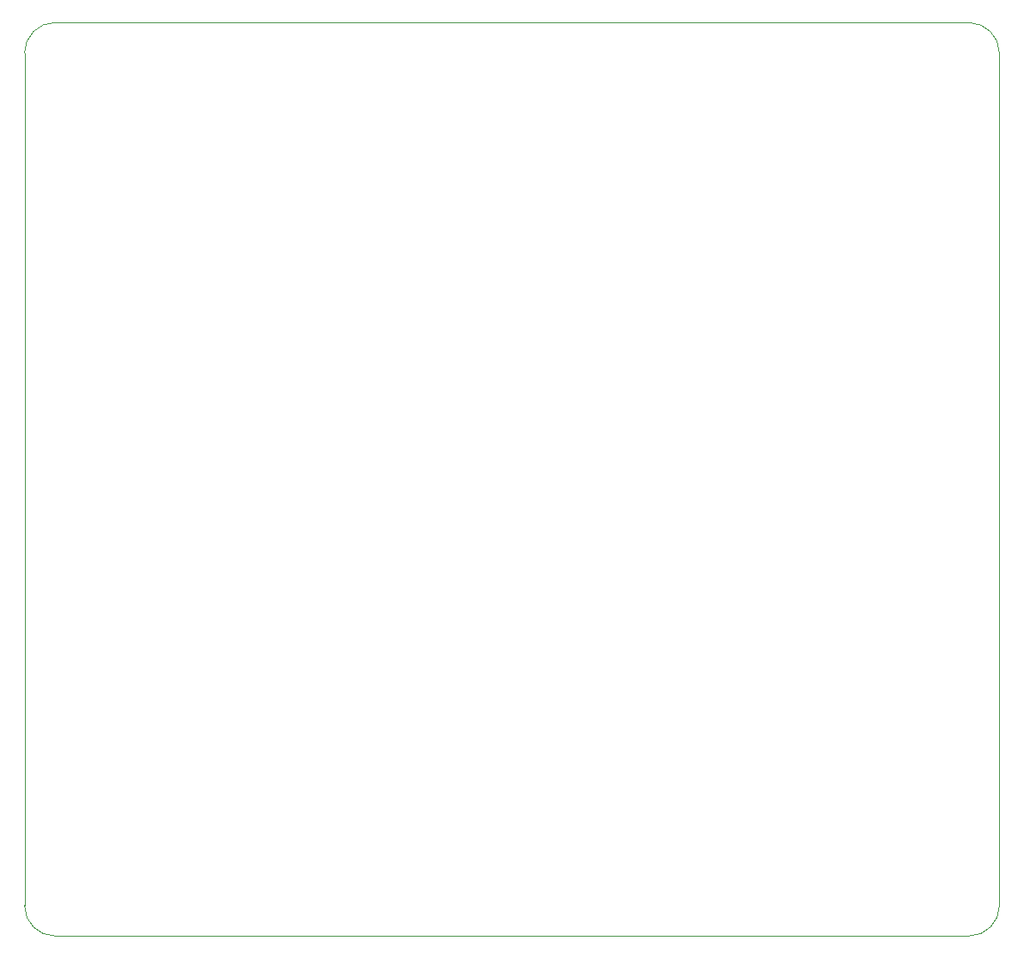
<source format=gbr>
%TF.GenerationSoftware,Altium Limited,Altium Designer,23.1.1 (15)*%
G04 Layer_Color=0*
%FSLAX45Y45*%
%MOMM*%
%TF.SameCoordinates,94CA0F20-7CEF-4758-9589-D945348769B5*%
%TF.FilePolarity,Positive*%
%TF.FileFunction,Profile,NP*%
%TF.Part,Single*%
G01*
G75*
%TA.AperFunction,Profile*%
%ADD137C,0.02540*%
D137*
X-9600000Y300000D02*
Y8700000D01*
D02*
G02*
X-9300000Y9000000I300000J0D01*
G01*
X-300000D01*
D02*
G02*
X0Y8700000I0J-300000D01*
G01*
Y300000D01*
D02*
G02*
X-300000Y0I-300000J0D01*
G01*
X-9300000D01*
D02*
G02*
X-9600000Y300000I0J300000D01*
G01*
%TF.MD5,c1295a75b8bcba64021f1ac363df6a2f*%
M02*

</source>
